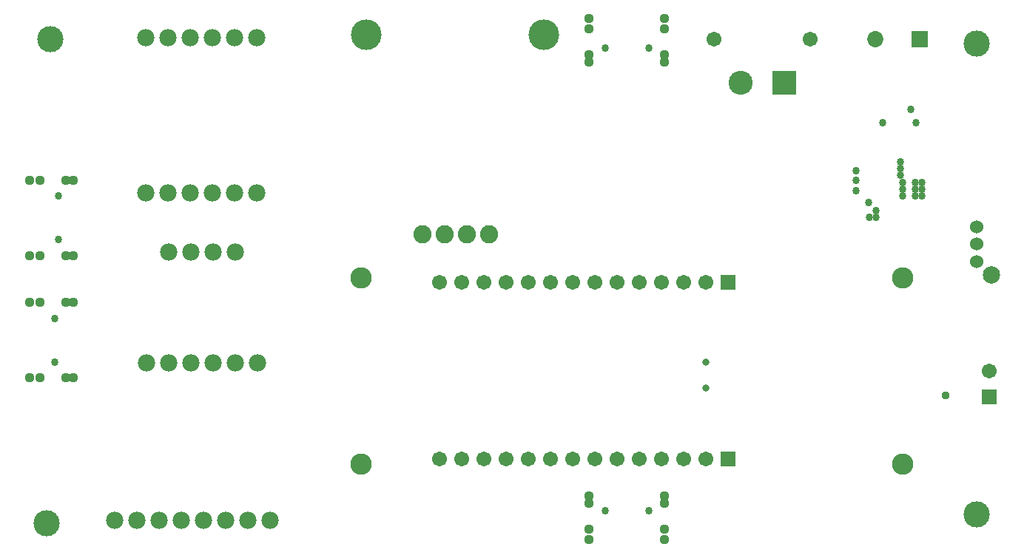
<source format=gbr>
G04 EAGLE Gerber RS-274X export*
G75*
%MOMM*%
%FSLAX34Y34*%
%LPD*%
%INSoldermask Bottom*%
%IPPOS*%
%AMOC8*
5,1,8,0,0,1.08239X$1,22.5*%
G01*
%ADD10C,2.082800*%
%ADD11C,1.981200*%
%ADD12C,2.453200*%
%ADD13R,1.703200X1.703200*%
%ADD14C,1.703200*%
%ADD15C,3.003200*%
%ADD16C,3.505200*%
%ADD17C,1.524000*%
%ADD18C,1.993900*%
%ADD19R,2.753200X2.753200*%
%ADD20C,2.753200*%
%ADD21R,1.853200X1.853200*%
%ADD22C,1.853200*%
%ADD23C,1.117600*%
%ADD24C,0.858800*%
%ADD25C,0.808800*%
%ADD26C,0.958800*%


D10*
X545920Y411450D03*
X571320Y411450D03*
X596720Y411450D03*
X622120Y411450D03*
D11*
X229300Y636240D03*
X254700Y636240D03*
X280100Y636240D03*
X305500Y636240D03*
X330900Y636240D03*
X356300Y636240D03*
X229300Y458440D03*
X254700Y458440D03*
X280100Y458440D03*
X305500Y458440D03*
X330900Y458440D03*
X356300Y458440D03*
D12*
X1095930Y361540D03*
X1095930Y148140D03*
X476130Y148140D03*
X476130Y361540D03*
D13*
X895504Y356186D03*
D14*
X870104Y356186D03*
X844704Y356186D03*
X819304Y356186D03*
X793904Y356186D03*
X768504Y356186D03*
X743104Y356186D03*
X717704Y356186D03*
X692304Y356186D03*
X666904Y356186D03*
X641504Y356186D03*
X616104Y356186D03*
X590704Y356186D03*
X565304Y356186D03*
D13*
X895504Y153494D03*
D14*
X870104Y153494D03*
X844704Y153494D03*
X819304Y153494D03*
X793904Y153494D03*
X768504Y153494D03*
X743104Y153494D03*
X717704Y153494D03*
X692304Y153494D03*
X666904Y153494D03*
X641504Y153494D03*
X616104Y153494D03*
X590704Y153494D03*
X565304Y153494D03*
D15*
X119960Y634760D03*
X1180000Y630000D03*
X115860Y80260D03*
D11*
X193680Y83700D03*
X219080Y83700D03*
X244480Y83700D03*
X269880Y83700D03*
X295280Y83700D03*
X320680Y83700D03*
X346080Y83700D03*
X371480Y83700D03*
X229960Y264310D03*
X255360Y264310D03*
X280760Y264310D03*
X306160Y264310D03*
X331560Y264310D03*
X356960Y264310D03*
X255360Y391310D03*
X280760Y391310D03*
X306160Y391310D03*
X331560Y391310D03*
D16*
X481900Y639920D03*
X685100Y639920D03*
D17*
X1180000Y420000D03*
X1180000Y399934D03*
X1180000Y380122D03*
D18*
X1197018Y364882D03*
D19*
X960000Y585000D03*
D20*
X910000Y585000D03*
D14*
X990000Y635000D03*
X880000Y635000D03*
D21*
X1115400Y635000D03*
D22*
X1064600Y635000D03*
D15*
X1180000Y90000D03*
D23*
X736820Y103368D03*
X823180Y111242D03*
X823180Y103368D03*
X736820Y73142D03*
X736820Y61204D03*
X823180Y73142D03*
X823180Y61204D03*
X736820Y111242D03*
X823180Y616632D03*
X736820Y608758D03*
X736820Y616632D03*
X823180Y646858D03*
X823180Y658796D03*
X736820Y646858D03*
X736820Y658796D03*
X823180Y608758D03*
X138368Y473180D03*
X146242Y386820D03*
X138368Y386820D03*
X108142Y473180D03*
X96204Y473180D03*
X108142Y386820D03*
X96204Y386820D03*
X146242Y473180D03*
X138368Y333180D03*
X146242Y246820D03*
X138368Y246820D03*
X108142Y333180D03*
X96204Y333180D03*
X108142Y246820D03*
X96204Y246820D03*
X146242Y333180D03*
D24*
X1117270Y470380D03*
X1117270Y462760D03*
X1117270Y455140D03*
X1109650Y455140D03*
X1109650Y462760D03*
X1109650Y470380D03*
X1095680Y470380D03*
X1095680Y462760D03*
X1095680Y455140D03*
X1093140Y479270D03*
X1093140Y486890D03*
X1093140Y494510D03*
D14*
X1195000Y255000D03*
D24*
X130000Y455000D03*
X130000Y405000D03*
X125000Y315000D03*
X125000Y265000D03*
X755000Y95000D03*
X805000Y95000D03*
X805000Y625000D03*
X755000Y625000D03*
X1104570Y554200D03*
X1042610Y461490D03*
X1065200Y438630D03*
X1065200Y431010D03*
X1057580Y431010D03*
X1056580Y447790D03*
X1042610Y472920D03*
X1042610Y484350D03*
D25*
X870000Y235000D03*
X870000Y265000D03*
D24*
X1072820Y538960D03*
X1110920Y538960D03*
D26*
X1145000Y227000D03*
D13*
X1195000Y225000D03*
M02*

</source>
